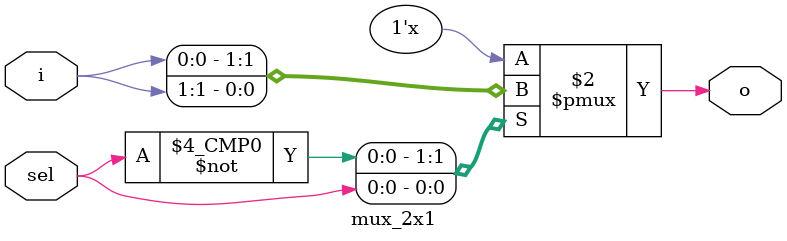
<source format=v>
module mux_2x1(
	input [1:0]i,
	input sel,
	output reg o);
	
always@(*)
case(sel)
	1'b0 : o = i[0];
	1'b1 : o = i[1];
	default : o = 1'b0;
endcase

endmodule
	


</source>
